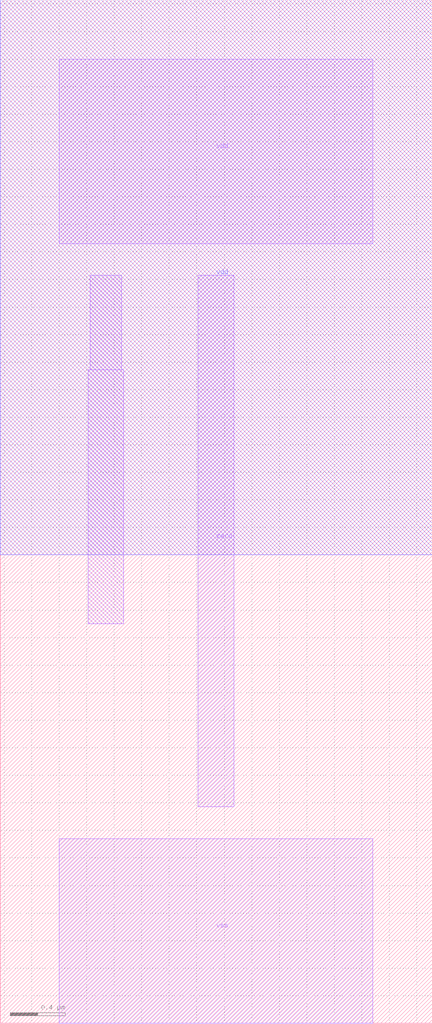
<source format=lef>
VERSION 5.7 ;
  NOWIREEXTENSIONATPIN ON ;
  DIVIDERCHAR "/" ;
  BUSBITCHARS "[]" ;
MACRO zero_x1
  CLASS BLOCK ;
  FOREIGN zero_x1 ;
  ORIGIN 0.430 0.000 ;
  SIZE 3.140 BY 7.430 ;
  PIN vss
    ANTENNADIFFAREA 1.399800 ;
    PORT
      LAYER Metal1 ;
        RECT 0.000 0.000 2.280 1.340 ;
    END
  END vss
  PIN vdd
    ANTENNADIFFAREA 1.487800 ;
    PORT
      LAYER Nwell ;
        RECT -0.430 3.400 2.710 7.430 ;
      LAYER Metal1 ;
        RECT 0.000 5.660 2.280 7.000 ;
    END
  END vdd
  PIN zero
    ANTENNAGATEAREA 0.488600 ;
    ANTENNADIFFAREA 0.679800 ;
    PORT
      LAYER Metal1 ;
        RECT 1.010 1.570 1.270 5.430 ;
    END
  END zero
  OBS
      LAYER Metal1 ;
        RECT 0.225 4.745 0.455 5.430 ;
        RECT 0.210 2.900 0.470 4.745 ;
  END
END zero_x1
END LIBRARY


</source>
